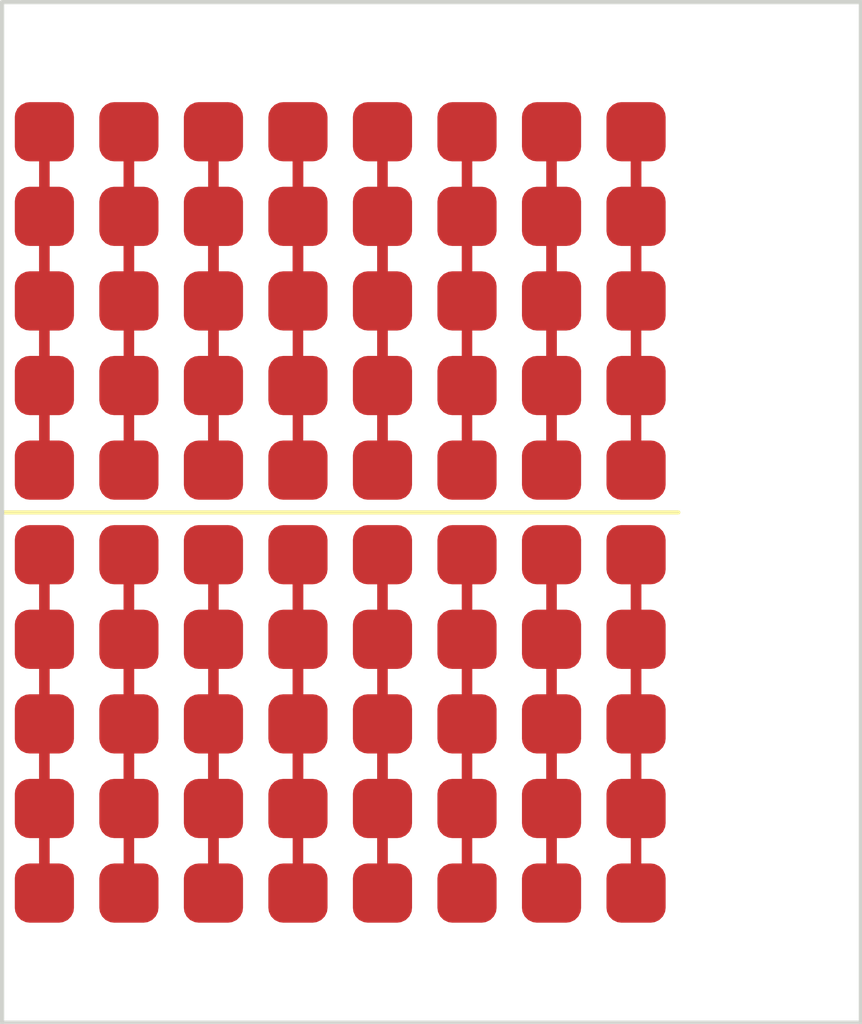
<source format=kicad_pcb>
(kicad_pcb (version 20171130) (host pcbnew 5.0.2-bee76a0~70~ubuntu18.04.1)

  (general
    (thickness 1.6)
    (drawings 5)
    (tracks 104)
    (zones 0)
    (modules 16)
    (nets 17)
  )

  (page A4)
  (layers
    (0 F.Cu signal)
    (31 B.Cu signal)
    (32 B.Adhes user)
    (33 F.Adhes user)
    (34 B.Paste user)
    (35 F.Paste user)
    (36 B.SilkS user)
    (37 F.SilkS user)
    (38 B.Mask user)
    (39 F.Mask user)
    (40 Dwgs.User user)
    (41 Cmts.User user)
    (42 Eco1.User user)
    (43 Eco2.User user)
    (44 Edge.Cuts user)
    (45 Margin user)
    (46 B.CrtYd user)
    (47 F.CrtYd user)
    (48 B.Fab user)
    (49 F.Fab user)
  )

  (setup
    (last_trace_width 0.25)
    (trace_clearance 0.2)
    (zone_clearance 0.508)
    (zone_45_only no)
    (trace_min 0.2)
    (segment_width 0.2)
    (edge_width 0.15)
    (via_size 0.8)
    (via_drill 0.4)
    (via_min_size 0.4)
    (via_min_drill 0.3)
    (uvia_size 0.3)
    (uvia_drill 0.1)
    (uvias_allowed no)
    (uvia_min_size 0.2)
    (uvia_min_drill 0.1)
    (pcb_text_width 0.3)
    (pcb_text_size 1.5 1.5)
    (mod_edge_width 0.15)
    (mod_text_size 1 1)
    (mod_text_width 0.15)
    (pad_size 1.524 1.524)
    (pad_drill 0.762)
    (pad_to_mask_clearance 0.051)
    (solder_mask_min_width 0.25)
    (aux_axis_origin 0 0)
    (visible_elements FFFFFF7F)
    (pcbplotparams
      (layerselection 0x010fc_ffffffff)
      (usegerberextensions false)
      (usegerberattributes false)
      (usegerberadvancedattributes false)
      (creategerberjobfile false)
      (excludeedgelayer true)
      (linewidth 0.100000)
      (plotframeref false)
      (viasonmask false)
      (mode 1)
      (useauxorigin false)
      (hpglpennumber 1)
      (hpglpenspeed 20)
      (hpglpendiameter 15.000000)
      (psnegative false)
      (psa4output false)
      (plotreference true)
      (plotvalue true)
      (plotinvisibletext false)
      (padsonsilk false)
      (subtractmaskfromsilk false)
      (outputformat 1)
      (mirror false)
      (drillshape 1)
      (scaleselection 1)
      (outputdirectory ""))
  )

  (net 0 "")
  (net 1 /T8)
  (net 2 /T6)
  (net 3 /T4)
  (net 4 /T2)
  (net 5 /T7)
  (net 6 /T5)
  (net 7 /T3)
  (net 8 /T1)
  (net 9 /B1)
  (net 10 /B3)
  (net 11 /B5)
  (net 12 /B7)
  (net 13 /B2)
  (net 14 /B4)
  (net 15 /B6)
  (net 16 /B8)

  (net_class Default "This is the default net class."
    (clearance 0.2)
    (trace_width 0.25)
    (via_dia 0.8)
    (via_drill 0.4)
    (uvia_dia 0.3)
    (uvia_drill 0.1)
    (add_net /B1)
    (add_net /B2)
    (add_net /B3)
    (add_net /B4)
    (add_net /B5)
    (add_net /B6)
    (add_net /B7)
    (add_net /B8)
    (add_net /T1)
    (add_net /T2)
    (add_net /T3)
    (add_net /T4)
    (add_net /T5)
    (add_net /T6)
    (add_net /T7)
    (add_net /T8)
  )

  (module jicad:smd1mm4pad-quint (layer F.Cu) (tedit 5C7B462D) (tstamp 5C7B7671)
    (at 102.6 100.6 180)
    (path /5CA3E073)
    (fp_text reference S1 (at 0 0.5 180) (layer F.SilkS) hide
      (effects (font (size 1 1) (thickness 0.15)))
    )
    (fp_text value Conn_01x05 (at 0 -0.5 180) (layer F.Fab) hide
      (effects (font (size 1 1) (thickness 0.15)))
    )
    (pad 5 smd roundrect (at 0 8 180) (size 1.4 1.4) (layers F.Cu F.Paste F.Mask) (roundrect_rratio 0.25)
      (net 8 /T1))
    (pad 4 smd roundrect (at 0 6 180) (size 1.4 1.4) (layers F.Cu F.Paste F.Mask) (roundrect_rratio 0.25)
      (net 8 /T1))
    (pad 3 smd roundrect (at 0 4 180) (size 1.4 1.4) (layers F.Cu F.Paste F.Mask) (roundrect_rratio 0.25)
      (net 8 /T1))
    (pad 2 smd roundrect (at 0 2 180) (size 1.4 1.4) (layers F.Cu F.Paste F.Mask) (roundrect_rratio 0.25)
      (net 8 /T1))
    (pad 1 smd roundrect (at 0 0 180) (size 1.4 1.4) (layers F.Cu F.Paste F.Mask) (roundrect_rratio 0.25)
      (net 8 /T1))
  )

  (module jicad:smd1mm4pad-quint (layer F.Cu) (tedit 5C7B462D) (tstamp 5C7B7723)
    (at 104.6 100.6 180)
    (path /5CA9493A)
    (fp_text reference S2 (at 0 0.5 180) (layer F.SilkS) hide
      (effects (font (size 1 1) (thickness 0.15)))
    )
    (fp_text value Conn_01x05 (at 0 -0.5 180) (layer F.Fab) hide
      (effects (font (size 1 1) (thickness 0.15)))
    )
    (pad 5 smd roundrect (at 0 8 180) (size 1.4 1.4) (layers F.Cu F.Paste F.Mask) (roundrect_rratio 0.25)
      (net 4 /T2))
    (pad 4 smd roundrect (at 0 6 180) (size 1.4 1.4) (layers F.Cu F.Paste F.Mask) (roundrect_rratio 0.25)
      (net 4 /T2))
    (pad 3 smd roundrect (at 0 4 180) (size 1.4 1.4) (layers F.Cu F.Paste F.Mask) (roundrect_rratio 0.25)
      (net 4 /T2))
    (pad 2 smd roundrect (at 0 2 180) (size 1.4 1.4) (layers F.Cu F.Paste F.Mask) (roundrect_rratio 0.25)
      (net 4 /T2))
    (pad 1 smd roundrect (at 0 0 180) (size 1.4 1.4) (layers F.Cu F.Paste F.Mask) (roundrect_rratio 0.25)
      (net 4 /T2))
  )

  (module jicad:smd1mm4pad-quint (layer F.Cu) (tedit 5C7B462D) (tstamp 5C7B76D2)
    (at 106.6 100.6 180)
    (path /5CA9ACB9)
    (fp_text reference S3 (at 0 0.5 180) (layer F.SilkS) hide
      (effects (font (size 1 1) (thickness 0.15)))
    )
    (fp_text value Conn_01x05 (at 0 -0.5 180) (layer F.Fab) hide
      (effects (font (size 1 1) (thickness 0.15)))
    )
    (pad 1 smd roundrect (at 0 0 180) (size 1.4 1.4) (layers F.Cu F.Paste F.Mask) (roundrect_rratio 0.25)
      (net 7 /T3))
    (pad 2 smd roundrect (at 0 2 180) (size 1.4 1.4) (layers F.Cu F.Paste F.Mask) (roundrect_rratio 0.25)
      (net 7 /T3))
    (pad 3 smd roundrect (at 0 4 180) (size 1.4 1.4) (layers F.Cu F.Paste F.Mask) (roundrect_rratio 0.25)
      (net 7 /T3))
    (pad 4 smd roundrect (at 0 6 180) (size 1.4 1.4) (layers F.Cu F.Paste F.Mask) (roundrect_rratio 0.25)
      (net 7 /T3))
    (pad 5 smd roundrect (at 0 8 180) (size 1.4 1.4) (layers F.Cu F.Paste F.Mask) (roundrect_rratio 0.25)
      (net 7 /T3))
  )

  (module jicad:smd1mm4pad-quint (layer F.Cu) (tedit 5C7B462D) (tstamp 5C7B7666)
    (at 108.6 100.6 180)
    (path /5CA9ACD9)
    (fp_text reference S4 (at 0 0.5 180) (layer F.SilkS) hide
      (effects (font (size 1 1) (thickness 0.15)))
    )
    (fp_text value Conn_01x05 (at 0 -0.5 180) (layer F.Fab) hide
      (effects (font (size 1 1) (thickness 0.15)))
    )
    (pad 1 smd roundrect (at 0 0 180) (size 1.4 1.4) (layers F.Cu F.Paste F.Mask) (roundrect_rratio 0.25)
      (net 3 /T4))
    (pad 2 smd roundrect (at 0 2 180) (size 1.4 1.4) (layers F.Cu F.Paste F.Mask) (roundrect_rratio 0.25)
      (net 3 /T4))
    (pad 3 smd roundrect (at 0 4 180) (size 1.4 1.4) (layers F.Cu F.Paste F.Mask) (roundrect_rratio 0.25)
      (net 3 /T4))
    (pad 4 smd roundrect (at 0 6 180) (size 1.4 1.4) (layers F.Cu F.Paste F.Mask) (roundrect_rratio 0.25)
      (net 3 /T4))
    (pad 5 smd roundrect (at 0 8 180) (size 1.4 1.4) (layers F.Cu F.Paste F.Mask) (roundrect_rratio 0.25)
      (net 3 /T4))
  )

  (module jicad:smd1mm4pad-quint (layer F.Cu) (tedit 5C7B462D) (tstamp 5C7B7656)
    (at 110.6 100.6 180)
    (path /5CA8F14A)
    (fp_text reference S5 (at 0 0.5 180) (layer F.SilkS) hide
      (effects (font (size 1 1) (thickness 0.15)))
    )
    (fp_text value Conn_01x05 (at 0 -0.5 180) (layer F.Fab) hide
      (effects (font (size 1 1) (thickness 0.15)))
    )
    (pad 1 smd roundrect (at 0 0 180) (size 1.4 1.4) (layers F.Cu F.Paste F.Mask) (roundrect_rratio 0.25)
      (net 6 /T5))
    (pad 2 smd roundrect (at 0 2 180) (size 1.4 1.4) (layers F.Cu F.Paste F.Mask) (roundrect_rratio 0.25)
      (net 6 /T5))
    (pad 3 smd roundrect (at 0 4 180) (size 1.4 1.4) (layers F.Cu F.Paste F.Mask) (roundrect_rratio 0.25)
      (net 6 /T5))
    (pad 4 smd roundrect (at 0 6 180) (size 1.4 1.4) (layers F.Cu F.Paste F.Mask) (roundrect_rratio 0.25)
      (net 6 /T5))
    (pad 5 smd roundrect (at 0 8 180) (size 1.4 1.4) (layers F.Cu F.Paste F.Mask) (roundrect_rratio 0.25)
      (net 6 /T5))
  )

  (module jicad:smd1mm4pad-quint (layer F.Cu) (tedit 5C7B462D) (tstamp 5C7B75A9)
    (at 112.6 100.6 180)
    (path /5CA9494A)
    (fp_text reference S6 (at 0 0.5 180) (layer F.SilkS) hide
      (effects (font (size 1 1) (thickness 0.15)))
    )
    (fp_text value Conn_01x05 (at 0 -0.5 180) (layer F.Fab) hide
      (effects (font (size 1 1) (thickness 0.15)))
    )
    (pad 1 smd roundrect (at 0 0 180) (size 1.4 1.4) (layers F.Cu F.Paste F.Mask) (roundrect_rratio 0.25)
      (net 2 /T6))
    (pad 2 smd roundrect (at 0 2 180) (size 1.4 1.4) (layers F.Cu F.Paste F.Mask) (roundrect_rratio 0.25)
      (net 2 /T6))
    (pad 3 smd roundrect (at 0 4 180) (size 1.4 1.4) (layers F.Cu F.Paste F.Mask) (roundrect_rratio 0.25)
      (net 2 /T6))
    (pad 4 smd roundrect (at 0 6 180) (size 1.4 1.4) (layers F.Cu F.Paste F.Mask) (roundrect_rratio 0.25)
      (net 2 /T6))
    (pad 5 smd roundrect (at 0 8 180) (size 1.4 1.4) (layers F.Cu F.Paste F.Mask) (roundrect_rratio 0.25)
      (net 2 /T6))
  )

  (module jicad:smd1mm4pad-quint (layer F.Cu) (tedit 5C7B462D) (tstamp 5C7B7638)
    (at 114.6 100.6 180)
    (path /5CA9ACC9)
    (fp_text reference S7 (at 0 0.5 180) (layer F.SilkS) hide
      (effects (font (size 1 1) (thickness 0.15)))
    )
    (fp_text value Conn_01x05 (at 0 -0.5 180) (layer F.Fab) hide
      (effects (font (size 1 1) (thickness 0.15)))
    )
    (pad 5 smd roundrect (at 0 8 180) (size 1.4 1.4) (layers F.Cu F.Paste F.Mask) (roundrect_rratio 0.25)
      (net 5 /T7))
    (pad 4 smd roundrect (at 0 6 180) (size 1.4 1.4) (layers F.Cu F.Paste F.Mask) (roundrect_rratio 0.25)
      (net 5 /T7))
    (pad 3 smd roundrect (at 0 4 180) (size 1.4 1.4) (layers F.Cu F.Paste F.Mask) (roundrect_rratio 0.25)
      (net 5 /T7))
    (pad 2 smd roundrect (at 0 2 180) (size 1.4 1.4) (layers F.Cu F.Paste F.Mask) (roundrect_rratio 0.25)
      (net 5 /T7))
    (pad 1 smd roundrect (at 0 0 180) (size 1.4 1.4) (layers F.Cu F.Paste F.Mask) (roundrect_rratio 0.25)
      (net 5 /T7))
  )

  (module jicad:smd1mm4pad-quint (layer F.Cu) (tedit 5C7B462D) (tstamp 5C7B765E)
    (at 116.6 100.6 180)
    (path /5CA9ACE9)
    (fp_text reference S8 (at 0 0.5 180) (layer F.SilkS) hide
      (effects (font (size 1 1) (thickness 0.15)))
    )
    (fp_text value Conn_01x05 (at 0 -0.5 180) (layer F.Fab) hide
      (effects (font (size 1 1) (thickness 0.15)))
    )
    (pad 5 smd roundrect (at 0 8 180) (size 1.4 1.4) (layers F.Cu F.Paste F.Mask) (roundrect_rratio 0.25)
      (net 1 /T8))
    (pad 4 smd roundrect (at 0 6 180) (size 1.4 1.4) (layers F.Cu F.Paste F.Mask) (roundrect_rratio 0.25)
      (net 1 /T8))
    (pad 3 smd roundrect (at 0 4 180) (size 1.4 1.4) (layers F.Cu F.Paste F.Mask) (roundrect_rratio 0.25)
      (net 1 /T8))
    (pad 2 smd roundrect (at 0 2 180) (size 1.4 1.4) (layers F.Cu F.Paste F.Mask) (roundrect_rratio 0.25)
      (net 1 /T8))
    (pad 1 smd roundrect (at 0 0 180) (size 1.4 1.4) (layers F.Cu F.Paste F.Mask) (roundrect_rratio 0.25)
      (net 1 /T8))
  )

  (module jicad:smd1mm4pad-quint (layer F.Cu) (tedit 5C7B462D) (tstamp 5C7B753C)
    (at 102.6 102.6)
    (path /5CAA2BF8)
    (fp_text reference S9 (at 0 0.5) (layer F.SilkS) hide
      (effects (font (size 1 1) (thickness 0.15)))
    )
    (fp_text value Conn_01x05 (at 0 -0.5) (layer F.Fab) hide
      (effects (font (size 1 1) (thickness 0.15)))
    )
    (pad 5 smd roundrect (at 0 8) (size 1.4 1.4) (layers F.Cu F.Paste F.Mask) (roundrect_rratio 0.25)
      (net 9 /B1))
    (pad 4 smd roundrect (at 0 6) (size 1.4 1.4) (layers F.Cu F.Paste F.Mask) (roundrect_rratio 0.25)
      (net 9 /B1))
    (pad 3 smd roundrect (at 0 4) (size 1.4 1.4) (layers F.Cu F.Paste F.Mask) (roundrect_rratio 0.25)
      (net 9 /B1))
    (pad 2 smd roundrect (at 0 2) (size 1.4 1.4) (layers F.Cu F.Paste F.Mask) (roundrect_rratio 0.25)
      (net 9 /B1))
    (pad 1 smd roundrect (at 0 0) (size 1.4 1.4) (layers F.Cu F.Paste F.Mask) (roundrect_rratio 0.25)
      (net 9 /B1))
  )

  (module jicad:smd1mm4pad-quint (layer F.Cu) (tedit 5C7B462D) (tstamp 5C7B76DA)
    (at 104.6 102.6)
    (path /5CAA2C18)
    (fp_text reference S10 (at 0 0.5) (layer F.SilkS) hide
      (effects (font (size 1 1) (thickness 0.15)))
    )
    (fp_text value Conn_01x05 (at 0 -0.5) (layer F.Fab) hide
      (effects (font (size 1 1) (thickness 0.15)))
    )
    (pad 1 smd roundrect (at 0 0) (size 1.4 1.4) (layers F.Cu F.Paste F.Mask) (roundrect_rratio 0.25)
      (net 13 /B2))
    (pad 2 smd roundrect (at 0 2) (size 1.4 1.4) (layers F.Cu F.Paste F.Mask) (roundrect_rratio 0.25)
      (net 13 /B2))
    (pad 3 smd roundrect (at 0 4) (size 1.4 1.4) (layers F.Cu F.Paste F.Mask) (roundrect_rratio 0.25)
      (net 13 /B2))
    (pad 4 smd roundrect (at 0 6) (size 1.4 1.4) (layers F.Cu F.Paste F.Mask) (roundrect_rratio 0.25)
      (net 13 /B2))
    (pad 5 smd roundrect (at 0 8) (size 1.4 1.4) (layers F.Cu F.Paste F.Mask) (roundrect_rratio 0.25)
      (net 13 /B2))
  )

  (module jicad:smd1mm4pad-quint (layer F.Cu) (tedit 5C7B462D) (tstamp 5C7B75C1)
    (at 106.6 102.6)
    (path /5CAA2C38)
    (fp_text reference S11 (at 0 0.5) (layer F.SilkS) hide
      (effects (font (size 1 1) (thickness 0.15)))
    )
    (fp_text value Conn_01x05 (at 0 -0.5) (layer F.Fab) hide
      (effects (font (size 1 1) (thickness 0.15)))
    )
    (pad 1 smd roundrect (at 0 0) (size 1.4 1.4) (layers F.Cu F.Paste F.Mask) (roundrect_rratio 0.25)
      (net 10 /B3))
    (pad 2 smd roundrect (at 0 2) (size 1.4 1.4) (layers F.Cu F.Paste F.Mask) (roundrect_rratio 0.25)
      (net 10 /B3))
    (pad 3 smd roundrect (at 0 4) (size 1.4 1.4) (layers F.Cu F.Paste F.Mask) (roundrect_rratio 0.25)
      (net 10 /B3))
    (pad 4 smd roundrect (at 0 6) (size 1.4 1.4) (layers F.Cu F.Paste F.Mask) (roundrect_rratio 0.25)
      (net 10 /B3))
    (pad 5 smd roundrect (at 0 8) (size 1.4 1.4) (layers F.Cu F.Paste F.Mask) (roundrect_rratio 0.25)
      (net 10 /B3))
  )

  (module jicad:smd1mm4pad-quint (layer F.Cu) (tedit 5C7B462D) (tstamp 5C7B7586)
    (at 108.6 102.6)
    (path /5CAA2C58)
    (fp_text reference S12 (at 0 0.5) (layer F.SilkS) hide
      (effects (font (size 1 1) (thickness 0.15)))
    )
    (fp_text value Conn_01x05 (at 0 -0.5) (layer F.Fab) hide
      (effects (font (size 1 1) (thickness 0.15)))
    )
    (pad 1 smd roundrect (at 0 0) (size 1.4 1.4) (layers F.Cu F.Paste F.Mask) (roundrect_rratio 0.25)
      (net 14 /B4))
    (pad 2 smd roundrect (at 0 2) (size 1.4 1.4) (layers F.Cu F.Paste F.Mask) (roundrect_rratio 0.25)
      (net 14 /B4))
    (pad 3 smd roundrect (at 0 4) (size 1.4 1.4) (layers F.Cu F.Paste F.Mask) (roundrect_rratio 0.25)
      (net 14 /B4))
    (pad 4 smd roundrect (at 0 6) (size 1.4 1.4) (layers F.Cu F.Paste F.Mask) (roundrect_rratio 0.25)
      (net 14 /B4))
    (pad 5 smd roundrect (at 0 8) (size 1.4 1.4) (layers F.Cu F.Paste F.Mask) (roundrect_rratio 0.25)
      (net 14 /B4))
  )

  (module jicad:smd1mm4pad-quint (layer F.Cu) (tedit 5C7B462D) (tstamp 5C7B77EA)
    (at 110.6 102.6)
    (path /5CAA2C08)
    (fp_text reference S13 (at 0 0.5) (layer F.SilkS) hide
      (effects (font (size 1 1) (thickness 0.15)))
    )
    (fp_text value Conn_01x05 (at 0 -0.5) (layer F.Fab) hide
      (effects (font (size 1 1) (thickness 0.15)))
    )
    (pad 5 smd roundrect (at 0 8) (size 1.4 1.4) (layers F.Cu F.Paste F.Mask) (roundrect_rratio 0.25)
      (net 11 /B5))
    (pad 4 smd roundrect (at 0 6) (size 1.4 1.4) (layers F.Cu F.Paste F.Mask) (roundrect_rratio 0.25)
      (net 11 /B5))
    (pad 3 smd roundrect (at 0 4) (size 1.4 1.4) (layers F.Cu F.Paste F.Mask) (roundrect_rratio 0.25)
      (net 11 /B5))
    (pad 2 smd roundrect (at 0 2) (size 1.4 1.4) (layers F.Cu F.Paste F.Mask) (roundrect_rratio 0.25)
      (net 11 /B5))
    (pad 1 smd roundrect (at 0 0) (size 1.4 1.4) (layers F.Cu F.Paste F.Mask) (roundrect_rratio 0.25)
      (net 11 /B5))
  )

  (module jicad:smd1mm4pad-quint (layer F.Cu) (tedit 5C7B462D) (tstamp 5C7B76CA)
    (at 112.6 102.6)
    (path /5CAA2C28)
    (fp_text reference S14 (at 0 0.5) (layer F.SilkS) hide
      (effects (font (size 1 1) (thickness 0.15)))
    )
    (fp_text value Conn_01x05 (at 0 -0.5) (layer F.Fab) hide
      (effects (font (size 1 1) (thickness 0.15)))
    )
    (pad 5 smd roundrect (at 0 8) (size 1.4 1.4) (layers F.Cu F.Paste F.Mask) (roundrect_rratio 0.25)
      (net 15 /B6))
    (pad 4 smd roundrect (at 0 6) (size 1.4 1.4) (layers F.Cu F.Paste F.Mask) (roundrect_rratio 0.25)
      (net 15 /B6))
    (pad 3 smd roundrect (at 0 4) (size 1.4 1.4) (layers F.Cu F.Paste F.Mask) (roundrect_rratio 0.25)
      (net 15 /B6))
    (pad 2 smd roundrect (at 0 2) (size 1.4 1.4) (layers F.Cu F.Paste F.Mask) (roundrect_rratio 0.25)
      (net 15 /B6))
    (pad 1 smd roundrect (at 0 0) (size 1.4 1.4) (layers F.Cu F.Paste F.Mask) (roundrect_rratio 0.25)
      (net 15 /B6))
  )

  (module jicad:smd1mm4pad-quint (layer F.Cu) (tedit 5C7B462D) (tstamp 5C7B7630)
    (at 114.6 102.6)
    (path /5CAA2C48)
    (fp_text reference S15 (at 0 0.5) (layer F.SilkS) hide
      (effects (font (size 1 1) (thickness 0.15)))
    )
    (fp_text value Conn_01x05 (at 0 -0.5) (layer F.Fab) hide
      (effects (font (size 1 1) (thickness 0.15)))
    )
    (pad 5 smd roundrect (at 0 8) (size 1.4 1.4) (layers F.Cu F.Paste F.Mask) (roundrect_rratio 0.25)
      (net 12 /B7))
    (pad 4 smd roundrect (at 0 6) (size 1.4 1.4) (layers F.Cu F.Paste F.Mask) (roundrect_rratio 0.25)
      (net 12 /B7))
    (pad 3 smd roundrect (at 0 4) (size 1.4 1.4) (layers F.Cu F.Paste F.Mask) (roundrect_rratio 0.25)
      (net 12 /B7))
    (pad 2 smd roundrect (at 0 2) (size 1.4 1.4) (layers F.Cu F.Paste F.Mask) (roundrect_rratio 0.25)
      (net 12 /B7))
    (pad 1 smd roundrect (at 0 0) (size 1.4 1.4) (layers F.Cu F.Paste F.Mask) (roundrect_rratio 0.25)
      (net 12 /B7))
  )

  (module jicad:smd1mm4pad-quint (layer F.Cu) (tedit 5C7B462D) (tstamp 5C7B7544)
    (at 116.6 102.6)
    (path /5CAA2C68)
    (fp_text reference S16 (at 0 0.5) (layer F.SilkS) hide
      (effects (font (size 1 1) (thickness 0.15)))
    )
    (fp_text value Conn_01x05 (at 0 -0.5) (layer F.Fab) hide
      (effects (font (size 1 1) (thickness 0.15)))
    )
    (pad 1 smd roundrect (at 0 0) (size 1.4 1.4) (layers F.Cu F.Paste F.Mask) (roundrect_rratio 0.25)
      (net 16 /B8))
    (pad 2 smd roundrect (at 0 2) (size 1.4 1.4) (layers F.Cu F.Paste F.Mask) (roundrect_rratio 0.25)
      (net 16 /B8))
    (pad 3 smd roundrect (at 0 4) (size 1.4 1.4) (layers F.Cu F.Paste F.Mask) (roundrect_rratio 0.25)
      (net 16 /B8))
    (pad 4 smd roundrect (at 0 6) (size 1.4 1.4) (layers F.Cu F.Paste F.Mask) (roundrect_rratio 0.25)
      (net 16 /B8))
    (pad 5 smd roundrect (at 0 8) (size 1.4 1.4) (layers F.Cu F.Paste F.Mask) (roundrect_rratio 0.25)
      (net 16 /B8))
  )

  (gr_line (start 101.6 101.6) (end 117.6 101.6) (layer F.SilkS) (width 0.1))
  (gr_line (start 121.92 89.535) (end 101.6 89.535) (layer Edge.Cuts) (width 0.1) (tstamp 5C7B76E8))
  (gr_line (start 101.6 113.665) (end 101.6 89.535) (layer Edge.Cuts) (width 0.1) (tstamp 5C7B76E2))
  (gr_line (start 121.92 113.665) (end 121.92 89.535) (layer Edge.Cuts) (width 0.1) (tstamp 5C7B74C3))
  (gr_line (start 101.6 113.665) (end 121.92 113.665) (layer Edge.Cuts) (width 0.1) (tstamp 5C7B74C2))

  (segment (start 102.6 102.6) (end 102.6 104.6) (width 0.25) (layer F.Cu) (net 9) (tstamp 5C7B7681) (status 30))
  (segment (start 102.6 108.2) (end 102.6 110.2) (width 0.25) (layer F.Cu) (net 9) (tstamp 5C7B767F) (status 30))
  (segment (start 102.6 106.2) (end 102.6 108.2) (width 0.25) (layer F.Cu) (net 9) (tstamp 5C7B767E) (status 30))
  (segment (start 102.6 108.6) (end 102.6 110.6) (width 0.25) (layer F.Cu) (net 9) (tstamp 5C7B767D) (status 30))
  (segment (start 102.6 106.6) (end 102.6 108.6) (width 0.25) (layer F.Cu) (net 9) (tstamp 5C7B767C) (status 30))
  (segment (start 102.6 104.6) (end 102.6 106.6) (width 0.25) (layer F.Cu) (net 9) (tstamp 5C7B767B) (status 30))
  (segment (start 106.6 108.2) (end 106.6 110.2) (width 0.25) (layer F.Cu) (net 10) (tstamp 5C7B75A6) (status 30))
  (segment (start 106.6 106.2) (end 106.6 108.2) (width 0.25) (layer F.Cu) (net 10) (tstamp 5C7B75A5) (status 30))
  (segment (start 106.6 108.6) (end 106.6 110.6) (width 0.25) (layer F.Cu) (net 10) (tstamp 5C7B75A4) (status 30))
  (segment (start 106.6 106.6) (end 106.6 108.6) (width 0.25) (layer F.Cu) (net 10) (tstamp 5C7B75A3) (status 30))
  (segment (start 106.6 104.6) (end 106.6 106.6) (width 0.25) (layer F.Cu) (net 10) (tstamp 5C7B75A2) (status 30))
  (segment (start 106.6 102.6) (end 106.6 104.6) (width 0.25) (layer F.Cu) (net 10) (tstamp 5C7B75A1) (status 30))
  (segment (start 110.6 108.2) (end 110.6 106.2) (width 0.25) (layer F.Cu) (net 11) (tstamp 5C7B759D) (status 30))
  (segment (start 110.6 110.2) (end 110.6 108.2) (width 0.25) (layer F.Cu) (net 11) (tstamp 5C7B759C) (status 30))
  (segment (start 110.6 108.6) (end 110.6 110.6) (width 0.25) (layer F.Cu) (net 11) (tstamp 5C7B759A) (status 30))
  (segment (start 110.6 106.6) (end 110.6 108.6) (width 0.25) (layer F.Cu) (net 11) (tstamp 5C7B7599) (status 30))
  (segment (start 110.6 104.6) (end 110.6 106.6) (width 0.25) (layer F.Cu) (net 11) (tstamp 5C7B7598) (status 30))
  (segment (start 110.6 102.6) (end 110.6 104.6) (width 0.25) (layer F.Cu) (net 11) (tstamp 5C7B7597) (status 30))
  (segment (start 114.6 108.2) (end 114.6 110.2) (width 0.25) (layer F.Cu) (net 12) (tstamp 5C7B7592) (status 30))
  (segment (start 114.6 106.2) (end 114.6 108.2) (width 0.25) (layer F.Cu) (net 12) (tstamp 5C7B7591) (status 30))
  (segment (start 114.6 108.6) (end 114.6 110.6) (width 0.25) (layer F.Cu) (net 12) (tstamp 5C7B7590) (status 30))
  (segment (start 114.6 106.6) (end 114.6 108.6) (width 0.25) (layer F.Cu) (net 12) (tstamp 5C7B758F) (status 30))
  (segment (start 104.6 105) (end 104.6 103) (width 0.25) (layer F.Cu) (net 13) (tstamp 5C7B7650) (status 30))
  (segment (start 104.6 107) (end 104.6 105) (width 0.25) (layer F.Cu) (net 13) (tstamp 5C7B764F) (status 30))
  (segment (start 104.6 109) (end 104.6 107) (width 0.25) (layer F.Cu) (net 13) (tstamp 5C7B764E) (status 30))
  (segment (start 104.6 108.6) (end 104.6 110.6) (width 0.25) (layer F.Cu) (net 13) (tstamp 5C7B764D) (status 30))
  (segment (start 104.6 106.6) (end 104.6 108.6) (width 0.25) (layer F.Cu) (net 13) (tstamp 5C7B764C) (status 30))
  (segment (start 104.6 104.6) (end 104.6 106.6) (width 0.25) (layer F.Cu) (net 13) (tstamp 5C7B764B) (status 30))
  (segment (start 104.6 102.6) (end 104.6 104.6) (width 0.25) (layer F.Cu) (net 13) (tstamp 5C7B764A) (status 30))
  (segment (start 108.6 105) (end 108.6 103) (width 0.25) (layer F.Cu) (net 14) (tstamp 5C7B7646) (status 30))
  (segment (start 108.6 107) (end 108.6 105) (width 0.25) (layer F.Cu) (net 14) (tstamp 5C7B7645) (status 30))
  (segment (start 108.6 109) (end 108.6 107) (width 0.25) (layer F.Cu) (net 14) (tstamp 5C7B7644) (status 30))
  (segment (start 108.6 108.6) (end 108.6 110.6) (width 0.25) (layer F.Cu) (net 14) (tstamp 5C7B7643) (status 30))
  (segment (start 108.6 106.6) (end 108.6 108.6) (width 0.25) (layer F.Cu) (net 14) (tstamp 5C7B7642) (status 30))
  (segment (start 108.6 104.6) (end 108.6 106.6) (width 0.25) (layer F.Cu) (net 14) (tstamp 5C7B7641) (status 30))
  (segment (start 108.6 102.6) (end 108.6 104.6) (width 0.25) (layer F.Cu) (net 14) (tstamp 5C7B75F5) (status 30))
  (segment (start 112.6 109) (end 112.6 107) (width 0.25) (layer F.Cu) (net 15) (tstamp 5C7B75F3) (status 30))
  (segment (start 112.6 108.6) (end 112.6 110.6) (width 0.25) (layer F.Cu) (net 15) (tstamp 5C7B75F2) (status 30))
  (segment (start 112.6 106.6) (end 112.6 108.6) (width 0.25) (layer F.Cu) (net 15) (tstamp 5C7B75F1) (status 30))
  (segment (start 112.6 104.6) (end 112.6 106.6) (width 0.25) (layer F.Cu) (net 15) (tstamp 5C7B75F0) (status 30))
  (segment (start 112.6 102.6) (end 112.6 104.6) (width 0.25) (layer F.Cu) (net 15) (tstamp 5C7B75EF) (status 30))
  (segment (start 112.6 105) (end 112.6 103) (width 0.25) (layer F.Cu) (net 15) (tstamp 5C7B7539) (status 30))
  (segment (start 112.6 107) (end 112.6 105) (width 0.25) (layer F.Cu) (net 15) (tstamp 5C7B7538) (status 30))
  (segment (start 116.6 106.6) (end 116.6 108.6) (width 0.25) (layer F.Cu) (net 16) (tstamp 5C7B75E9) (status 30))
  (segment (start 116.6 104.6) (end 116.6 106.6) (width 0.25) (layer F.Cu) (net 16) (tstamp 5C7B75E8) (status 30))
  (segment (start 116.6 102.6) (end 116.6 104.6) (width 0.25) (layer F.Cu) (net 16) (tstamp 5C7B75E7) (status 30))
  (segment (start 116.6 105) (end 116.6 103) (width 0.25) (layer F.Cu) (net 16) (tstamp 5C7B75E6) (status 30))
  (segment (start 116.6 107) (end 116.6 105) (width 0.25) (layer F.Cu) (net 16) (tstamp 5C7B75E5) (status 30))
  (segment (start 116.6 109) (end 116.6 107) (width 0.25) (layer F.Cu) (net 16) (tstamp 5C7B75E4) (status 30))
  (segment (start 116.6 95) (end 116.6 97) (width 0.25) (layer F.Cu) (net 1) (tstamp 5C7B75DF) (status 30))
  (segment (start 116.6 93) (end 116.6 95) (width 0.25) (layer F.Cu) (net 1) (tstamp 5C7B75DE) (status 30))
  (segment (start 116.6 98.6) (end 116.6 100.6) (width 0.25) (layer F.Cu) (net 1) (tstamp 5C7B75DC) (status 30))
  (segment (start 116.6 96.6) (end 116.6 98.6) (width 0.25) (layer F.Cu) (net 1) (tstamp 5C7B75DB) (status 30))
  (segment (start 116.6 94.6) (end 116.6 96.6) (width 0.25) (layer F.Cu) (net 1) (tstamp 5C7B75DA) (status 30))
  (segment (start 116.6 92.6) (end 116.6 94.6) (width 0.25) (layer F.Cu) (net 1) (tstamp 5C7B75D9) (status 30))
  (segment (start 112.6 95) (end 112.6 97) (width 0.25) (layer F.Cu) (net 2) (tstamp 5C7B75D5) (status 30))
  (segment (start 112.6 93) (end 112.6 95) (width 0.25) (layer F.Cu) (net 2) (tstamp 5C7B75D4) (status 30))
  (segment (start 112.6 98.6) (end 112.6 100.6) (width 0.25) (layer F.Cu) (net 2) (tstamp 5C7B75D2) (status 30))
  (segment (start 112.6 96.6) (end 112.6 98.6) (width 0.25) (layer F.Cu) (net 2) (tstamp 5C7B75D1) (status 30))
  (segment (start 112.6 94.6) (end 112.6 96.6) (width 0.25) (layer F.Cu) (net 2) (tstamp 5C7B75D0) (status 30))
  (segment (start 112.6 92.6) (end 112.6 94.6) (width 0.25) (layer F.Cu) (net 2) (tstamp 5C7B75CF) (status 30))
  (segment (start 108.6 95) (end 108.6 97) (width 0.25) (layer F.Cu) (net 3) (tstamp 5C7B75CB) (status 30))
  (segment (start 108.6 93) (end 108.6 95) (width 0.25) (layer F.Cu) (net 3) (tstamp 5C7B75CA) (status 30))
  (segment (start 108.6 98.6) (end 108.6 100.6) (width 0.25) (layer F.Cu) (net 3) (tstamp 5C7B75BF) (status 30))
  (segment (start 108.6 96.6) (end 108.6 98.6) (width 0.25) (layer F.Cu) (net 3) (tstamp 5C7B75BE) (status 30))
  (segment (start 108.6 94.6) (end 108.6 96.6) (width 0.25) (layer F.Cu) (net 3) (tstamp 5C7B75BD) (status 30))
  (segment (start 108.6 92.6) (end 108.6 94.6) (width 0.25) (layer F.Cu) (net 3) (tstamp 5C7B75BC) (status 30))
  (segment (start 104.6 95) (end 104.6 97) (width 0.25) (layer F.Cu) (net 4) (tstamp 5C7B75B8) (status 30))
  (segment (start 104.6 93) (end 104.6 95) (width 0.25) (layer F.Cu) (net 4) (tstamp 5C7B75B7) (status 30))
  (segment (start 104.6 98.6) (end 104.6 100.6) (width 0.25) (layer F.Cu) (net 4) (tstamp 5C7B75B5) (status 30))
  (segment (start 104.6 96.6) (end 104.6 98.6) (width 0.25) (layer F.Cu) (net 4) (tstamp 5C7B75B4) (status 30))
  (segment (start 104.6 94.6) (end 104.6 96.6) (width 0.25) (layer F.Cu) (net 4) (tstamp 5C7B75B3) (status 30))
  (segment (start 104.6 92.6) (end 104.6 94.6) (width 0.25) (layer F.Cu) (net 4) (tstamp 5C7B75B2) (status 30))
  (segment (start 114.6 96.2) (end 114.6 94.2) (width 0.25) (layer F.Cu) (net 5) (tstamp 5C7B77E7) (status 30))
  (segment (start 114.6 98.2) (end 114.6 96.2) (width 0.25) (layer F.Cu) (net 5) (tstamp 5C7B77E6) (status 30))
  (segment (start 114.6 100.2) (end 114.6 98.2) (width 0.25) (layer F.Cu) (net 5) (tstamp 5C7B77E5) (status 30))
  (segment (start 114.6 98.6) (end 114.6 100.6) (width 0.25) (layer F.Cu) (net 5) (tstamp 5C7B77E4) (status 30))
  (segment (start 114.6 96.6) (end 114.6 98.6) (width 0.25) (layer F.Cu) (net 5) (tstamp 5C7B77E3) (status 30))
  (segment (start 114.6 94.6) (end 114.6 96.6) (width 0.25) (layer F.Cu) (net 5) (tstamp 5C7B77E2) (status 30))
  (segment (start 114.6 92.6) (end 114.6 94.6) (width 0.25) (layer F.Cu) (net 5) (tstamp 5C7B77E1) (status 30))
  (segment (start 110.6 94.2) (end 110.6 96.2) (width 0.25) (layer F.Cu) (net 6) (tstamp 5C7B77DD) (status 30))
  (segment (start 110.6 98.2) (end 110.6 96.2) (width 0.25) (layer F.Cu) (net 6) (tstamp 5C7B77DC) (status 30))
  (segment (start 110.6 100.2) (end 110.6 98.2) (width 0.25) (layer F.Cu) (net 6) (tstamp 5C7B76C9) (status 30))
  (segment (start 110.6 98.6) (end 110.6 100.6) (width 0.25) (layer F.Cu) (net 6) (tstamp 5C7B76C8) (status 30))
  (segment (start 110.6 96.6) (end 110.6 98.6) (width 0.25) (layer F.Cu) (net 6) (tstamp 5C7B76C7) (status 30))
  (segment (start 110.6 94.6) (end 110.6 96.6) (width 0.25) (layer F.Cu) (net 6) (tstamp 5C7B76C6) (status 30))
  (segment (start 110.6 92.6) (end 110.6 94.6) (width 0.25) (layer F.Cu) (net 6) (tstamp 5C7B76C5) (status 30))
  (segment (start 106.6 94.6) (end 106.6 96.6) (width 0.25) (layer F.Cu) (net 7) (tstamp 5C7B77DB) (status 30))
  (segment (start 106.6 96.2) (end 106.6 94.2) (width 0.25) (layer F.Cu) (net 7) (tstamp 5C7B76C1) (status 30))
  (segment (start 106.6 98.2) (end 106.6 96.2) (width 0.25) (layer F.Cu) (net 7) (tstamp 5C7B76C0) (status 30))
  (segment (start 106.6 100.2) (end 106.6 98.2) (width 0.25) (layer F.Cu) (net 7) (tstamp 5C7B76BF) (status 30))
  (segment (start 106.6 98.6) (end 106.6 100.6) (width 0.25) (layer F.Cu) (net 7) (tstamp 5C7B766F) (status 30))
  (segment (start 106.6 96.6) (end 106.6 98.6) (width 0.25) (layer F.Cu) (net 7) (tstamp 5C7B766E) (status 30))
  (segment (start 106.6 92.6) (end 106.6 94.6) (width 0.25) (layer F.Cu) (net 7) (tstamp 5C7B7640) (status 30))
  (segment (start 102.6 98.6) (end 102.6 100.6) (width 0.25) (layer F.Cu) (net 8) (tstamp 5C7B7766) (status 30))
  (segment (start 102.6 98.2) (end 102.6 96.2) (width 0.25) (layer F.Cu) (net 8) (tstamp 5C7B76E7) (status 30))
  (segment (start 102.6 100.2) (end 102.6 98.2) (width 0.25) (layer F.Cu) (net 8) (tstamp 5C7B76E6) (status 30))
  (segment (start 102.6 92.6) (end 102.6 94.6) (width 0.25) (layer F.Cu) (net 8) (tstamp 5C7B76E5) (status 30))
  (segment (start 102.6 96.6) (end 102.6 98.6) (width 0.25) (layer F.Cu) (net 8) (tstamp 5C7B76E4) (status 30))
  (segment (start 102.6 96.2) (end 102.6 94.2) (width 0.25) (layer F.Cu) (net 8) (tstamp 5C7B76E3) (status 30))
  (segment (start 102.6 94.6) (end 102.6 96.6) (width 0.25) (layer F.Cu) (net 8) (tstamp 5C7B758E) (status 30))
  (segment (start 116.6 108.6) (end 116.6 110.6) (width 0.25) (layer F.Cu) (net 16) (tstamp 5C7B75EB) (status 30))
  (segment (start 114.6 104.6) (end 114.6 106.6) (width 0.25) (layer F.Cu) (net 12) (tstamp 5C7B7655) (status 30))
  (segment (start 114.6 102.6) (end 114.6 104.6) (width 0.25) (layer F.Cu) (net 12) (tstamp 5C7B7654) (status 30))

)

</source>
